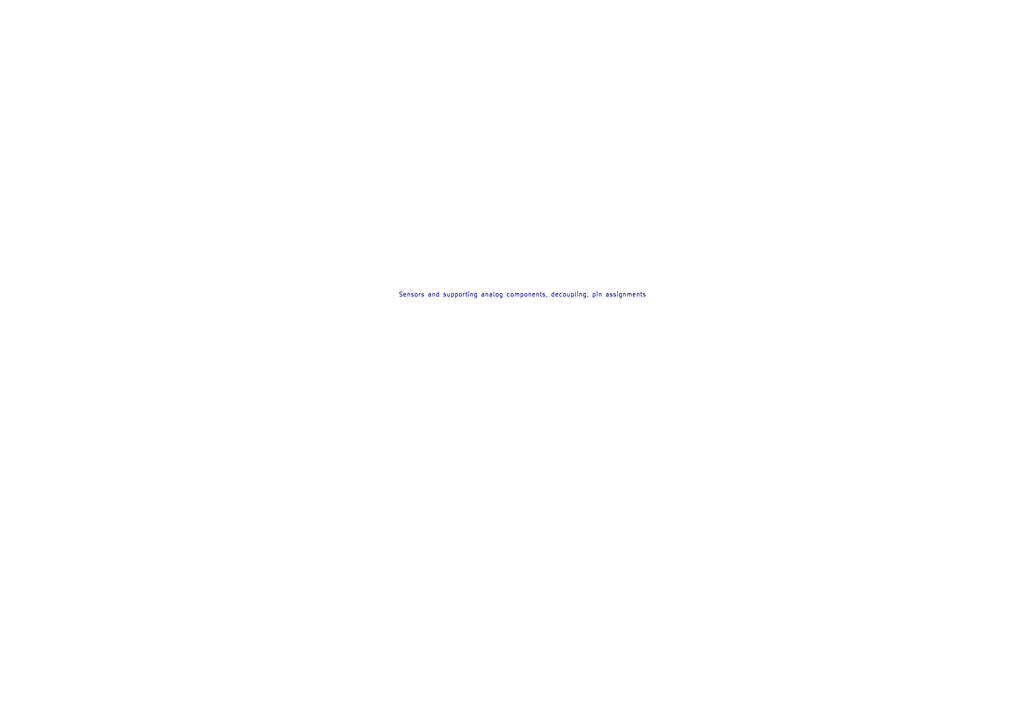
<source format=kicad_sch>
(kicad_sch (version 20211123) (generator eeschema)
  (paper "A4")
  (title_block (date "2022-03-09") (rev "v1.0") (company "University of Cape Town") (comment 4 "Authors: Heather WImberley"))
  (lib_symbols)
  (text "Sensors and supporting analog components, decoupling, pin assignments" (at 115.57 86.36 0) (effects (font (size 1.27 1.27)) (justify left bottom)))
)
</source>
